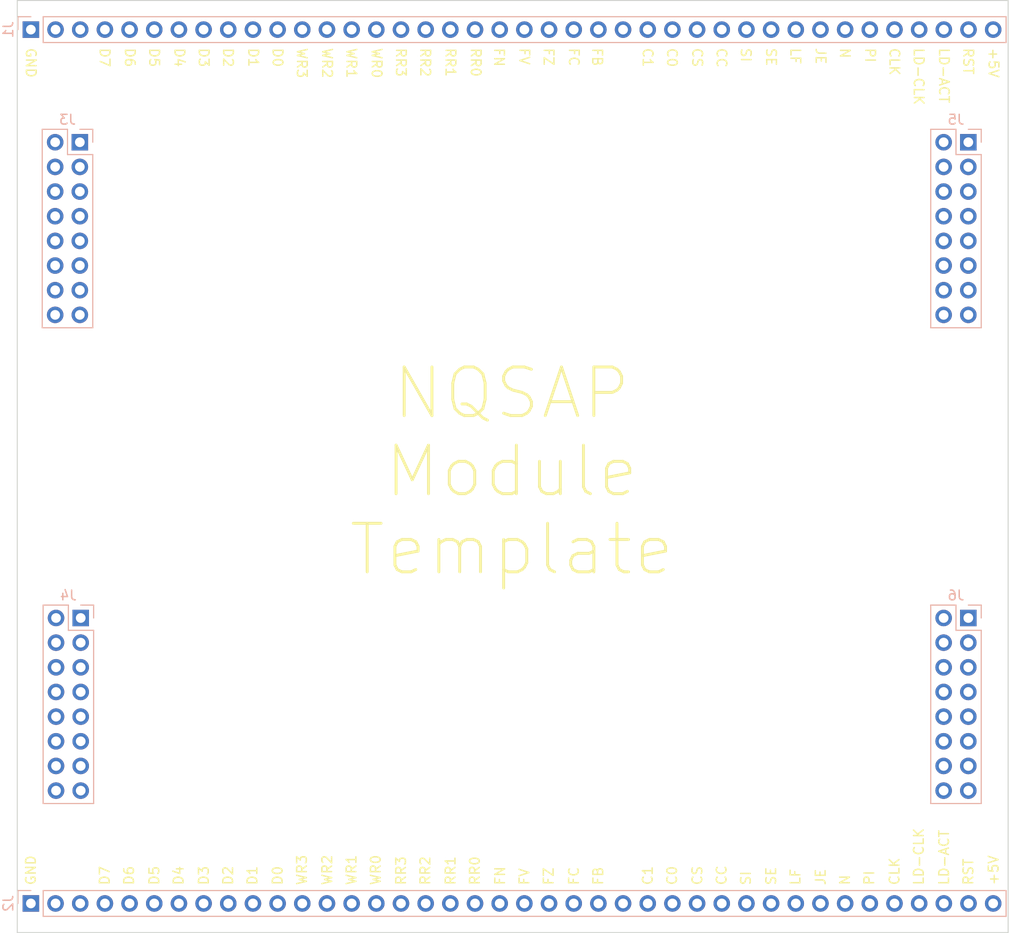
<source format=kicad_pcb>
(kicad_pcb (version 20171130) (host pcbnew "(5.1.9)-1")

  (general
    (thickness 1.6)
    (drawings 79)
    (tracks 0)
    (zones 0)
    (modules 6)
    (nets 105)
  )

  (page USLetter)
  (title_block
    (title "NQSAP Module Template")
    (date 2021-10-03)
    (rev 1.0)
    (company github.com/TomNisbet/nqsap-pcb)
  )

  (layers
    (0 F.Cu signal)
    (31 B.Cu signal)
    (32 B.Adhes user)
    (33 F.Adhes user)
    (34 B.Paste user)
    (35 F.Paste user)
    (36 B.SilkS user)
    (37 F.SilkS user)
    (38 B.Mask user)
    (39 F.Mask user)
    (40 Dwgs.User user)
    (41 Cmts.User user)
    (42 Eco1.User user)
    (43 Eco2.User user)
    (44 Edge.Cuts user)
    (45 Margin user)
    (46 B.CrtYd user)
    (47 F.CrtYd user)
    (48 B.Fab user)
    (49 F.Fab user)
  )

  (setup
    (last_trace_width 0.25)
    (trace_clearance 0.2)
    (zone_clearance 0.508)
    (zone_45_only no)
    (trace_min 0.2)
    (via_size 0.8)
    (via_drill 0.4)
    (via_min_size 0.4)
    (via_min_drill 0.3)
    (uvia_size 0.3)
    (uvia_drill 0.1)
    (uvias_allowed no)
    (uvia_min_size 0.2)
    (uvia_min_drill 0.1)
    (edge_width 0.1)
    (segment_width 0.2)
    (pcb_text_width 0.3)
    (pcb_text_size 1.5 1.5)
    (mod_edge_width 0.15)
    (mod_text_size 1 1)
    (mod_text_width 0.15)
    (pad_size 1.524 1.524)
    (pad_drill 0.762)
    (pad_to_mask_clearance 0)
    (aux_axis_origin 0 0)
    (visible_elements 7FFFFFFF)
    (pcbplotparams
      (layerselection 0x010fc_ffffffff)
      (usegerberextensions true)
      (usegerberattributes false)
      (usegerberadvancedattributes false)
      (creategerberjobfile false)
      (excludeedgelayer true)
      (linewidth 0.100000)
      (plotframeref false)
      (viasonmask false)
      (mode 1)
      (useauxorigin false)
      (hpglpennumber 1)
      (hpglpenspeed 20)
      (hpglpendiameter 15.000000)
      (psnegative false)
      (psa4output false)
      (plotreference true)
      (plotvalue false)
      (plotinvisibletext false)
      (padsonsilk false)
      (subtractmaskfromsilk true)
      (outputformat 1)
      (mirror false)
      (drillshape 0)
      (scaleselection 1)
      (outputdirectory "template"))
  )

  (net 0 "")
  (net 1 +5V)
  (net 2 RST)
  (net 3 LDR-ACT)
  (net 4 LDR-CLK)
  (net 5 CLK)
  (net 6 PI)
  (net 7 N)
  (net 8 JE)
  (net 9 LF)
  (net 10 SE)
  (net 11 SI)
  (net 12 CC)
  (net 13 CS)
  (net 14 C0)
  (net 15 C1)
  (net 16 XX0)
  (net 17 FB)
  (net 18 FC)
  (net 19 FZ)
  (net 20 FV)
  (net 21 FN)
  (net 22 RR0)
  (net 23 RR1)
  (net 24 RR2)
  (net 25 RR3)
  (net 26 WR0)
  (net 27 WR1)
  (net 28 WR2)
  (net 29 WR3)
  (net 30 D0)
  (net 31 D1)
  (net 32 D2)
  (net 33 D3)
  (net 34 D4)
  (net 35 D5)
  (net 36 D6)
  (net 37 D7)
  (net 38 NC-1)
  (net 39 NC-2)
  (net 40 GND)
  (net 41 "Net-(J3-Pad16)")
  (net 42 "Net-(J3-Pad15)")
  (net 43 "Net-(J3-Pad14)")
  (net 44 "Net-(J3-Pad13)")
  (net 45 "Net-(J3-Pad12)")
  (net 46 "Net-(J3-Pad11)")
  (net 47 "Net-(J3-Pad10)")
  (net 48 "Net-(J3-Pad9)")
  (net 49 "Net-(J3-Pad8)")
  (net 50 "Net-(J3-Pad7)")
  (net 51 "Net-(J3-Pad6)")
  (net 52 "Net-(J3-Pad5)")
  (net 53 "Net-(J3-Pad4)")
  (net 54 "Net-(J3-Pad3)")
  (net 55 "Net-(J3-Pad2)")
  (net 56 "Net-(J3-Pad1)")
  (net 57 "Net-(J4-Pad16)")
  (net 58 "Net-(J4-Pad15)")
  (net 59 "Net-(J4-Pad14)")
  (net 60 "Net-(J4-Pad13)")
  (net 61 "Net-(J4-Pad12)")
  (net 62 "Net-(J4-Pad11)")
  (net 63 "Net-(J4-Pad10)")
  (net 64 "Net-(J4-Pad9)")
  (net 65 "Net-(J4-Pad8)")
  (net 66 "Net-(J4-Pad7)")
  (net 67 "Net-(J4-Pad6)")
  (net 68 "Net-(J4-Pad5)")
  (net 69 "Net-(J4-Pad4)")
  (net 70 "Net-(J4-Pad3)")
  (net 71 "Net-(J4-Pad2)")
  (net 72 "Net-(J4-Pad1)")
  (net 73 "Net-(J5-Pad16)")
  (net 74 "Net-(J5-Pad15)")
  (net 75 "Net-(J5-Pad14)")
  (net 76 "Net-(J5-Pad13)")
  (net 77 "Net-(J5-Pad12)")
  (net 78 "Net-(J5-Pad11)")
  (net 79 "Net-(J5-Pad10)")
  (net 80 "Net-(J5-Pad9)")
  (net 81 "Net-(J5-Pad8)")
  (net 82 "Net-(J5-Pad7)")
  (net 83 "Net-(J5-Pad6)")
  (net 84 "Net-(J5-Pad5)")
  (net 85 "Net-(J5-Pad4)")
  (net 86 "Net-(J5-Pad3)")
  (net 87 "Net-(J5-Pad2)")
  (net 88 "Net-(J5-Pad1)")
  (net 89 "Net-(J6-Pad16)")
  (net 90 "Net-(J6-Pad15)")
  (net 91 "Net-(J6-Pad14)")
  (net 92 "Net-(J6-Pad13)")
  (net 93 "Net-(J6-Pad12)")
  (net 94 "Net-(J6-Pad11)")
  (net 95 "Net-(J6-Pad10)")
  (net 96 "Net-(J6-Pad9)")
  (net 97 "Net-(J6-Pad8)")
  (net 98 "Net-(J6-Pad7)")
  (net 99 "Net-(J6-Pad6)")
  (net 100 "Net-(J6-Pad5)")
  (net 101 "Net-(J6-Pad4)")
  (net 102 "Net-(J6-Pad3)")
  (net 103 "Net-(J6-Pad2)")
  (net 104 "Net-(J6-Pad1)")

  (net_class Default "This is the default net class."
    (clearance 0.2)
    (trace_width 0.25)
    (via_dia 0.8)
    (via_drill 0.4)
    (uvia_dia 0.3)
    (uvia_drill 0.1)
    (add_net +5V)
    (add_net C0)
    (add_net C1)
    (add_net CC)
    (add_net CLK)
    (add_net CS)
    (add_net D0)
    (add_net D1)
    (add_net D2)
    (add_net D3)
    (add_net D4)
    (add_net D5)
    (add_net D6)
    (add_net D7)
    (add_net FB)
    (add_net FC)
    (add_net FN)
    (add_net FV)
    (add_net FZ)
    (add_net GND)
    (add_net JE)
    (add_net LDR-ACT)
    (add_net LDR-CLK)
    (add_net LF)
    (add_net N)
    (add_net NC-1)
    (add_net NC-2)
    (add_net "Net-(J3-Pad1)")
    (add_net "Net-(J3-Pad10)")
    (add_net "Net-(J3-Pad11)")
    (add_net "Net-(J3-Pad12)")
    (add_net "Net-(J3-Pad13)")
    (add_net "Net-(J3-Pad14)")
    (add_net "Net-(J3-Pad15)")
    (add_net "Net-(J3-Pad16)")
    (add_net "Net-(J3-Pad2)")
    (add_net "Net-(J3-Pad3)")
    (add_net "Net-(J3-Pad4)")
    (add_net "Net-(J3-Pad5)")
    (add_net "Net-(J3-Pad6)")
    (add_net "Net-(J3-Pad7)")
    (add_net "Net-(J3-Pad8)")
    (add_net "Net-(J3-Pad9)")
    (add_net "Net-(J4-Pad1)")
    (add_net "Net-(J4-Pad10)")
    (add_net "Net-(J4-Pad11)")
    (add_net "Net-(J4-Pad12)")
    (add_net "Net-(J4-Pad13)")
    (add_net "Net-(J4-Pad14)")
    (add_net "Net-(J4-Pad15)")
    (add_net "Net-(J4-Pad16)")
    (add_net "Net-(J4-Pad2)")
    (add_net "Net-(J4-Pad3)")
    (add_net "Net-(J4-Pad4)")
    (add_net "Net-(J4-Pad5)")
    (add_net "Net-(J4-Pad6)")
    (add_net "Net-(J4-Pad7)")
    (add_net "Net-(J4-Pad8)")
    (add_net "Net-(J4-Pad9)")
    (add_net "Net-(J5-Pad1)")
    (add_net "Net-(J5-Pad10)")
    (add_net "Net-(J5-Pad11)")
    (add_net "Net-(J5-Pad12)")
    (add_net "Net-(J5-Pad13)")
    (add_net "Net-(J5-Pad14)")
    (add_net "Net-(J5-Pad15)")
    (add_net "Net-(J5-Pad16)")
    (add_net "Net-(J5-Pad2)")
    (add_net "Net-(J5-Pad3)")
    (add_net "Net-(J5-Pad4)")
    (add_net "Net-(J5-Pad5)")
    (add_net "Net-(J5-Pad6)")
    (add_net "Net-(J5-Pad7)")
    (add_net "Net-(J5-Pad8)")
    (add_net "Net-(J5-Pad9)")
    (add_net "Net-(J6-Pad1)")
    (add_net "Net-(J6-Pad10)")
    (add_net "Net-(J6-Pad11)")
    (add_net "Net-(J6-Pad12)")
    (add_net "Net-(J6-Pad13)")
    (add_net "Net-(J6-Pad14)")
    (add_net "Net-(J6-Pad15)")
    (add_net "Net-(J6-Pad16)")
    (add_net "Net-(J6-Pad2)")
    (add_net "Net-(J6-Pad3)")
    (add_net "Net-(J6-Pad4)")
    (add_net "Net-(J6-Pad5)")
    (add_net "Net-(J6-Pad6)")
    (add_net "Net-(J6-Pad7)")
    (add_net "Net-(J6-Pad8)")
    (add_net "Net-(J6-Pad9)")
    (add_net PI)
    (add_net RR0)
    (add_net RR1)
    (add_net RR2)
    (add_net RR3)
    (add_net RST)
    (add_net SE)
    (add_net SI)
    (add_net WR0)
    (add_net WR1)
    (add_net WR2)
    (add_net WR3)
    (add_net XX0)
  )

  (module Connector_PinHeader_2.54mm:PinHeader_2x08_P2.54mm_Vertical (layer B.Cu) (tedit 59FED5CC) (tstamp 614DBBB9)
    (at 182.9 106.6 180)
    (descr "Through hole straight pin header, 2x08, 2.54mm pitch, double rows")
    (tags "Through hole pin header THT 2x08 2.54mm double row")
    (path /61847F95)
    (fp_text reference J6 (at 1.27 2.33) (layer B.SilkS)
      (effects (font (size 1 1) (thickness 0.15)) (justify mirror))
    )
    (fp_text value Conn_02x08 (at 1.27 -20.11) (layer B.Fab)
      (effects (font (size 1 1) (thickness 0.15)) (justify mirror))
    )
    (fp_line (start 0 1.27) (end 3.81 1.27) (layer B.Fab) (width 0.1))
    (fp_line (start 3.81 1.27) (end 3.81 -19.05) (layer B.Fab) (width 0.1))
    (fp_line (start 3.81 -19.05) (end -1.27 -19.05) (layer B.Fab) (width 0.1))
    (fp_line (start -1.27 -19.05) (end -1.27 0) (layer B.Fab) (width 0.1))
    (fp_line (start -1.27 0) (end 0 1.27) (layer B.Fab) (width 0.1))
    (fp_line (start -1.33 -19.11) (end 3.87 -19.11) (layer B.SilkS) (width 0.12))
    (fp_line (start -1.33 -1.27) (end -1.33 -19.11) (layer B.SilkS) (width 0.12))
    (fp_line (start 3.87 1.33) (end 3.87 -19.11) (layer B.SilkS) (width 0.12))
    (fp_line (start -1.33 -1.27) (end 1.27 -1.27) (layer B.SilkS) (width 0.12))
    (fp_line (start 1.27 -1.27) (end 1.27 1.33) (layer B.SilkS) (width 0.12))
    (fp_line (start 1.27 1.33) (end 3.87 1.33) (layer B.SilkS) (width 0.12))
    (fp_line (start -1.33 0) (end -1.33 1.33) (layer B.SilkS) (width 0.12))
    (fp_line (start -1.33 1.33) (end 0 1.33) (layer B.SilkS) (width 0.12))
    (fp_line (start -1.8 1.8) (end -1.8 -19.55) (layer B.CrtYd) (width 0.05))
    (fp_line (start -1.8 -19.55) (end 4.35 -19.55) (layer B.CrtYd) (width 0.05))
    (fp_line (start 4.35 -19.55) (end 4.35 1.8) (layer B.CrtYd) (width 0.05))
    (fp_line (start 4.35 1.8) (end -1.8 1.8) (layer B.CrtYd) (width 0.05))
    (fp_text user %R (at 1.27 -8.89 270) (layer B.Fab)
      (effects (font (size 1 1) (thickness 0.15)) (justify mirror))
    )
    (pad 16 thru_hole oval (at 2.54 -17.78 180) (size 1.7 1.7) (drill 1) (layers *.Cu *.Mask)
      (net 89 "Net-(J6-Pad16)"))
    (pad 15 thru_hole oval (at 0 -17.78 180) (size 1.7 1.7) (drill 1) (layers *.Cu *.Mask)
      (net 90 "Net-(J6-Pad15)"))
    (pad 14 thru_hole oval (at 2.54 -15.24 180) (size 1.7 1.7) (drill 1) (layers *.Cu *.Mask)
      (net 91 "Net-(J6-Pad14)"))
    (pad 13 thru_hole oval (at 0 -15.24 180) (size 1.7 1.7) (drill 1) (layers *.Cu *.Mask)
      (net 92 "Net-(J6-Pad13)"))
    (pad 12 thru_hole oval (at 2.54 -12.7 180) (size 1.7 1.7) (drill 1) (layers *.Cu *.Mask)
      (net 93 "Net-(J6-Pad12)"))
    (pad 11 thru_hole oval (at 0 -12.7 180) (size 1.7 1.7) (drill 1) (layers *.Cu *.Mask)
      (net 94 "Net-(J6-Pad11)"))
    (pad 10 thru_hole oval (at 2.54 -10.16 180) (size 1.7 1.7) (drill 1) (layers *.Cu *.Mask)
      (net 95 "Net-(J6-Pad10)"))
    (pad 9 thru_hole oval (at 0 -10.16 180) (size 1.7 1.7) (drill 1) (layers *.Cu *.Mask)
      (net 96 "Net-(J6-Pad9)"))
    (pad 8 thru_hole oval (at 2.54 -7.62 180) (size 1.7 1.7) (drill 1) (layers *.Cu *.Mask)
      (net 97 "Net-(J6-Pad8)"))
    (pad 7 thru_hole oval (at 0 -7.62 180) (size 1.7 1.7) (drill 1) (layers *.Cu *.Mask)
      (net 98 "Net-(J6-Pad7)"))
    (pad 6 thru_hole oval (at 2.54 -5.08 180) (size 1.7 1.7) (drill 1) (layers *.Cu *.Mask)
      (net 99 "Net-(J6-Pad6)"))
    (pad 5 thru_hole oval (at 0 -5.08 180) (size 1.7 1.7) (drill 1) (layers *.Cu *.Mask)
      (net 100 "Net-(J6-Pad5)"))
    (pad 4 thru_hole oval (at 2.54 -2.54 180) (size 1.7 1.7) (drill 1) (layers *.Cu *.Mask)
      (net 101 "Net-(J6-Pad4)"))
    (pad 3 thru_hole oval (at 0 -2.54 180) (size 1.7 1.7) (drill 1) (layers *.Cu *.Mask)
      (net 102 "Net-(J6-Pad3)"))
    (pad 2 thru_hole oval (at 2.54 0 180) (size 1.7 1.7) (drill 1) (layers *.Cu *.Mask)
      (net 103 "Net-(J6-Pad2)"))
    (pad 1 thru_hole rect (at 0 0 180) (size 1.7 1.7) (drill 1) (layers *.Cu *.Mask)
      (net 104 "Net-(J6-Pad1)"))
    (model ${KISYS3DMOD}/Connector_PinHeader_2.54mm.3dshapes/PinHeader_2x08_P2.54mm_Vertical.wrl
      (at (xyz 0 0 0))
      (scale (xyz 1 1 1))
      (rotate (xyz 0 0 0))
    )
  )

  (module Connector_PinHeader_2.54mm:PinHeader_2x08_P2.54mm_Vertical (layer B.Cu) (tedit 59FED5CC) (tstamp 614D9E8E)
    (at 182.9 57.6 180)
    (descr "Through hole straight pin header, 2x08, 2.54mm pitch, double rows")
    (tags "Through hole pin header THT 2x08 2.54mm double row")
    (path /6167BE3C)
    (fp_text reference J5 (at 1.27 2.33) (layer B.SilkS)
      (effects (font (size 1 1) (thickness 0.15)) (justify mirror))
    )
    (fp_text value Conn_02x08 (at 1.27 -20.11) (layer B.Fab)
      (effects (font (size 1 1) (thickness 0.15)) (justify mirror))
    )
    (fp_line (start 0 1.27) (end 3.81 1.27) (layer B.Fab) (width 0.1))
    (fp_line (start 3.81 1.27) (end 3.81 -19.05) (layer B.Fab) (width 0.1))
    (fp_line (start 3.81 -19.05) (end -1.27 -19.05) (layer B.Fab) (width 0.1))
    (fp_line (start -1.27 -19.05) (end -1.27 0) (layer B.Fab) (width 0.1))
    (fp_line (start -1.27 0) (end 0 1.27) (layer B.Fab) (width 0.1))
    (fp_line (start -1.33 -19.11) (end 3.87 -19.11) (layer B.SilkS) (width 0.12))
    (fp_line (start -1.33 -1.27) (end -1.33 -19.11) (layer B.SilkS) (width 0.12))
    (fp_line (start 3.87 1.33) (end 3.87 -19.11) (layer B.SilkS) (width 0.12))
    (fp_line (start -1.33 -1.27) (end 1.27 -1.27) (layer B.SilkS) (width 0.12))
    (fp_line (start 1.27 -1.27) (end 1.27 1.33) (layer B.SilkS) (width 0.12))
    (fp_line (start 1.27 1.33) (end 3.87 1.33) (layer B.SilkS) (width 0.12))
    (fp_line (start -1.33 0) (end -1.33 1.33) (layer B.SilkS) (width 0.12))
    (fp_line (start -1.33 1.33) (end 0 1.33) (layer B.SilkS) (width 0.12))
    (fp_line (start -1.8 1.8) (end -1.8 -19.55) (layer B.CrtYd) (width 0.05))
    (fp_line (start -1.8 -19.55) (end 4.35 -19.55) (layer B.CrtYd) (width 0.05))
    (fp_line (start 4.35 -19.55) (end 4.35 1.8) (layer B.CrtYd) (width 0.05))
    (fp_line (start 4.35 1.8) (end -1.8 1.8) (layer B.CrtYd) (width 0.05))
    (fp_text user %R (at 1.27 -8.89 270) (layer B.Fab)
      (effects (font (size 1 1) (thickness 0.15)) (justify mirror))
    )
    (pad 16 thru_hole oval (at 2.54 -17.78 180) (size 1.7 1.7) (drill 1) (layers *.Cu *.Mask)
      (net 73 "Net-(J5-Pad16)"))
    (pad 15 thru_hole oval (at 0 -17.78 180) (size 1.7 1.7) (drill 1) (layers *.Cu *.Mask)
      (net 74 "Net-(J5-Pad15)"))
    (pad 14 thru_hole oval (at 2.54 -15.24 180) (size 1.7 1.7) (drill 1) (layers *.Cu *.Mask)
      (net 75 "Net-(J5-Pad14)"))
    (pad 13 thru_hole oval (at 0 -15.24 180) (size 1.7 1.7) (drill 1) (layers *.Cu *.Mask)
      (net 76 "Net-(J5-Pad13)"))
    (pad 12 thru_hole oval (at 2.54 -12.7 180) (size 1.7 1.7) (drill 1) (layers *.Cu *.Mask)
      (net 77 "Net-(J5-Pad12)"))
    (pad 11 thru_hole oval (at 0 -12.7 180) (size 1.7 1.7) (drill 1) (layers *.Cu *.Mask)
      (net 78 "Net-(J5-Pad11)"))
    (pad 10 thru_hole oval (at 2.54 -10.16 180) (size 1.7 1.7) (drill 1) (layers *.Cu *.Mask)
      (net 79 "Net-(J5-Pad10)"))
    (pad 9 thru_hole oval (at 0 -10.16 180) (size 1.7 1.7) (drill 1) (layers *.Cu *.Mask)
      (net 80 "Net-(J5-Pad9)"))
    (pad 8 thru_hole oval (at 2.54 -7.62 180) (size 1.7 1.7) (drill 1) (layers *.Cu *.Mask)
      (net 81 "Net-(J5-Pad8)"))
    (pad 7 thru_hole oval (at 0 -7.62 180) (size 1.7 1.7) (drill 1) (layers *.Cu *.Mask)
      (net 82 "Net-(J5-Pad7)"))
    (pad 6 thru_hole oval (at 2.54 -5.08 180) (size 1.7 1.7) (drill 1) (layers *.Cu *.Mask)
      (net 83 "Net-(J5-Pad6)"))
    (pad 5 thru_hole oval (at 0 -5.08 180) (size 1.7 1.7) (drill 1) (layers *.Cu *.Mask)
      (net 84 "Net-(J5-Pad5)"))
    (pad 4 thru_hole oval (at 2.54 -2.54 180) (size 1.7 1.7) (drill 1) (layers *.Cu *.Mask)
      (net 85 "Net-(J5-Pad4)"))
    (pad 3 thru_hole oval (at 0 -2.54 180) (size 1.7 1.7) (drill 1) (layers *.Cu *.Mask)
      (net 86 "Net-(J5-Pad3)"))
    (pad 2 thru_hole oval (at 2.54 0 180) (size 1.7 1.7) (drill 1) (layers *.Cu *.Mask)
      (net 87 "Net-(J5-Pad2)"))
    (pad 1 thru_hole rect (at 0 0 180) (size 1.7 1.7) (drill 1) (layers *.Cu *.Mask)
      (net 88 "Net-(J5-Pad1)"))
    (model ${KISYS3DMOD}/Connector_PinHeader_2.54mm.3dshapes/PinHeader_2x08_P2.54mm_Vertical.wrl
      (at (xyz 0 0 0))
      (scale (xyz 1 1 1))
      (rotate (xyz 0 0 0))
    )
  )

  (module Connector_PinHeader_2.54mm:PinHeader_2x08_P2.54mm_Vertical (layer B.Cu) (tedit 59FED5CC) (tstamp 614DBD35)
    (at 91.53 106.6 180)
    (descr "Through hole straight pin header, 2x08, 2.54mm pitch, double rows")
    (tags "Through hole pin header THT 2x08 2.54mm double row")
    (path /61847D1B)
    (fp_text reference J4 (at 1.27 2.33) (layer B.SilkS)
      (effects (font (size 1 1) (thickness 0.15)) (justify mirror))
    )
    (fp_text value Conn_02x08 (at 1.27 -20.11) (layer B.Fab)
      (effects (font (size 1 1) (thickness 0.15)) (justify mirror))
    )
    (fp_line (start 0 1.27) (end 3.81 1.27) (layer B.Fab) (width 0.1))
    (fp_line (start 3.81 1.27) (end 3.81 -19.05) (layer B.Fab) (width 0.1))
    (fp_line (start 3.81 -19.05) (end -1.27 -19.05) (layer B.Fab) (width 0.1))
    (fp_line (start -1.27 -19.05) (end -1.27 0) (layer B.Fab) (width 0.1))
    (fp_line (start -1.27 0) (end 0 1.27) (layer B.Fab) (width 0.1))
    (fp_line (start -1.33 -19.11) (end 3.87 -19.11) (layer B.SilkS) (width 0.12))
    (fp_line (start -1.33 -1.27) (end -1.33 -19.11) (layer B.SilkS) (width 0.12))
    (fp_line (start 3.87 1.33) (end 3.87 -19.11) (layer B.SilkS) (width 0.12))
    (fp_line (start -1.33 -1.27) (end 1.27 -1.27) (layer B.SilkS) (width 0.12))
    (fp_line (start 1.27 -1.27) (end 1.27 1.33) (layer B.SilkS) (width 0.12))
    (fp_line (start 1.27 1.33) (end 3.87 1.33) (layer B.SilkS) (width 0.12))
    (fp_line (start -1.33 0) (end -1.33 1.33) (layer B.SilkS) (width 0.12))
    (fp_line (start -1.33 1.33) (end 0 1.33) (layer B.SilkS) (width 0.12))
    (fp_line (start -1.8 1.8) (end -1.8 -19.55) (layer B.CrtYd) (width 0.05))
    (fp_line (start -1.8 -19.55) (end 4.35 -19.55) (layer B.CrtYd) (width 0.05))
    (fp_line (start 4.35 -19.55) (end 4.35 1.8) (layer B.CrtYd) (width 0.05))
    (fp_line (start 4.35 1.8) (end -1.8 1.8) (layer B.CrtYd) (width 0.05))
    (fp_text user %R (at 1.27 -8.89 270) (layer B.Fab)
      (effects (font (size 1 1) (thickness 0.15)) (justify mirror))
    )
    (pad 16 thru_hole oval (at 2.54 -17.78 180) (size 1.7 1.7) (drill 1) (layers *.Cu *.Mask)
      (net 57 "Net-(J4-Pad16)"))
    (pad 15 thru_hole oval (at 0 -17.78 180) (size 1.7 1.7) (drill 1) (layers *.Cu *.Mask)
      (net 58 "Net-(J4-Pad15)"))
    (pad 14 thru_hole oval (at 2.54 -15.24 180) (size 1.7 1.7) (drill 1) (layers *.Cu *.Mask)
      (net 59 "Net-(J4-Pad14)"))
    (pad 13 thru_hole oval (at 0 -15.24 180) (size 1.7 1.7) (drill 1) (layers *.Cu *.Mask)
      (net 60 "Net-(J4-Pad13)"))
    (pad 12 thru_hole oval (at 2.54 -12.7 180) (size 1.7 1.7) (drill 1) (layers *.Cu *.Mask)
      (net 61 "Net-(J4-Pad12)"))
    (pad 11 thru_hole oval (at 0 -12.7 180) (size 1.7 1.7) (drill 1) (layers *.Cu *.Mask)
      (net 62 "Net-(J4-Pad11)"))
    (pad 10 thru_hole oval (at 2.54 -10.16 180) (size 1.7 1.7) (drill 1) (layers *.Cu *.Mask)
      (net 63 "Net-(J4-Pad10)"))
    (pad 9 thru_hole oval (at 0 -10.16 180) (size 1.7 1.7) (drill 1) (layers *.Cu *.Mask)
      (net 64 "Net-(J4-Pad9)"))
    (pad 8 thru_hole oval (at 2.54 -7.62 180) (size 1.7 1.7) (drill 1) (layers *.Cu *.Mask)
      (net 65 "Net-(J4-Pad8)"))
    (pad 7 thru_hole oval (at 0 -7.62 180) (size 1.7 1.7) (drill 1) (layers *.Cu *.Mask)
      (net 66 "Net-(J4-Pad7)"))
    (pad 6 thru_hole oval (at 2.54 -5.08 180) (size 1.7 1.7) (drill 1) (layers *.Cu *.Mask)
      (net 67 "Net-(J4-Pad6)"))
    (pad 5 thru_hole oval (at 0 -5.08 180) (size 1.7 1.7) (drill 1) (layers *.Cu *.Mask)
      (net 68 "Net-(J4-Pad5)"))
    (pad 4 thru_hole oval (at 2.54 -2.54 180) (size 1.7 1.7) (drill 1) (layers *.Cu *.Mask)
      (net 69 "Net-(J4-Pad4)"))
    (pad 3 thru_hole oval (at 0 -2.54 180) (size 1.7 1.7) (drill 1) (layers *.Cu *.Mask)
      (net 70 "Net-(J4-Pad3)"))
    (pad 2 thru_hole oval (at 2.54 0 180) (size 1.7 1.7) (drill 1) (layers *.Cu *.Mask)
      (net 71 "Net-(J4-Pad2)"))
    (pad 1 thru_hole rect (at 0 0 180) (size 1.7 1.7) (drill 1) (layers *.Cu *.Mask)
      (net 72 "Net-(J4-Pad1)"))
    (model ${KISYS3DMOD}/Connector_PinHeader_2.54mm.3dshapes/PinHeader_2x08_P2.54mm_Vertical.wrl
      (at (xyz 0 0 0))
      (scale (xyz 1 1 1))
      (rotate (xyz 0 0 0))
    )
  )

  (module Connector_PinHeader_2.54mm:PinHeader_2x08_P2.54mm_Vertical (layer B.Cu) (tedit 59FED5CC) (tstamp 614D9E42)
    (at 91.44 57.6 180)
    (descr "Through hole straight pin header, 2x08, 2.54mm pitch, double rows")
    (tags "Through hole pin header THT 2x08 2.54mm double row")
    (path /614A59C0)
    (fp_text reference J3 (at 1.27 2.33) (layer B.SilkS)
      (effects (font (size 1 1) (thickness 0.15)) (justify mirror))
    )
    (fp_text value Conn_02x08 (at 1.27 -20.11) (layer B.Fab)
      (effects (font (size 1 1) (thickness 0.15)) (justify mirror))
    )
    (fp_line (start 0 1.27) (end 3.81 1.27) (layer B.Fab) (width 0.1))
    (fp_line (start 3.81 1.27) (end 3.81 -19.05) (layer B.Fab) (width 0.1))
    (fp_line (start 3.81 -19.05) (end -1.27 -19.05) (layer B.Fab) (width 0.1))
    (fp_line (start -1.27 -19.05) (end -1.27 0) (layer B.Fab) (width 0.1))
    (fp_line (start -1.27 0) (end 0 1.27) (layer B.Fab) (width 0.1))
    (fp_line (start -1.33 -19.11) (end 3.87 -19.11) (layer B.SilkS) (width 0.12))
    (fp_line (start -1.33 -1.27) (end -1.33 -19.11) (layer B.SilkS) (width 0.12))
    (fp_line (start 3.87 1.33) (end 3.87 -19.11) (layer B.SilkS) (width 0.12))
    (fp_line (start -1.33 -1.27) (end 1.27 -1.27) (layer B.SilkS) (width 0.12))
    (fp_line (start 1.27 -1.27) (end 1.27 1.33) (layer B.SilkS) (width 0.12))
    (fp_line (start 1.27 1.33) (end 3.87 1.33) (layer B.SilkS) (width 0.12))
    (fp_line (start -1.33 0) (end -1.33 1.33) (layer B.SilkS) (width 0.12))
    (fp_line (start -1.33 1.33) (end 0 1.33) (layer B.SilkS) (width 0.12))
    (fp_line (start -1.8 1.8) (end -1.8 -19.55) (layer B.CrtYd) (width 0.05))
    (fp_line (start -1.8 -19.55) (end 4.35 -19.55) (layer B.CrtYd) (width 0.05))
    (fp_line (start 4.35 -19.55) (end 4.35 1.8) (layer B.CrtYd) (width 0.05))
    (fp_line (start 4.35 1.8) (end -1.8 1.8) (layer B.CrtYd) (width 0.05))
    (fp_text user %R (at 1.27 -8.89 270) (layer B.Fab)
      (effects (font (size 1 1) (thickness 0.15)) (justify mirror))
    )
    (pad 16 thru_hole oval (at 2.54 -17.78 180) (size 1.7 1.7) (drill 1) (layers *.Cu *.Mask)
      (net 41 "Net-(J3-Pad16)"))
    (pad 15 thru_hole oval (at 0 -17.78 180) (size 1.7 1.7) (drill 1) (layers *.Cu *.Mask)
      (net 42 "Net-(J3-Pad15)"))
    (pad 14 thru_hole oval (at 2.54 -15.24 180) (size 1.7 1.7) (drill 1) (layers *.Cu *.Mask)
      (net 43 "Net-(J3-Pad14)"))
    (pad 13 thru_hole oval (at 0 -15.24 180) (size 1.7 1.7) (drill 1) (layers *.Cu *.Mask)
      (net 44 "Net-(J3-Pad13)"))
    (pad 12 thru_hole oval (at 2.54 -12.7 180) (size 1.7 1.7) (drill 1) (layers *.Cu *.Mask)
      (net 45 "Net-(J3-Pad12)"))
    (pad 11 thru_hole oval (at 0 -12.7 180) (size 1.7 1.7) (drill 1) (layers *.Cu *.Mask)
      (net 46 "Net-(J3-Pad11)"))
    (pad 10 thru_hole oval (at 2.54 -10.16 180) (size 1.7 1.7) (drill 1) (layers *.Cu *.Mask)
      (net 47 "Net-(J3-Pad10)"))
    (pad 9 thru_hole oval (at 0 -10.16 180) (size 1.7 1.7) (drill 1) (layers *.Cu *.Mask)
      (net 48 "Net-(J3-Pad9)"))
    (pad 8 thru_hole oval (at 2.54 -7.62 180) (size 1.7 1.7) (drill 1) (layers *.Cu *.Mask)
      (net 49 "Net-(J3-Pad8)"))
    (pad 7 thru_hole oval (at 0 -7.62 180) (size 1.7 1.7) (drill 1) (layers *.Cu *.Mask)
      (net 50 "Net-(J3-Pad7)"))
    (pad 6 thru_hole oval (at 2.54 -5.08 180) (size 1.7 1.7) (drill 1) (layers *.Cu *.Mask)
      (net 51 "Net-(J3-Pad6)"))
    (pad 5 thru_hole oval (at 0 -5.08 180) (size 1.7 1.7) (drill 1) (layers *.Cu *.Mask)
      (net 52 "Net-(J3-Pad5)"))
    (pad 4 thru_hole oval (at 2.54 -2.54 180) (size 1.7 1.7) (drill 1) (layers *.Cu *.Mask)
      (net 53 "Net-(J3-Pad4)"))
    (pad 3 thru_hole oval (at 0 -2.54 180) (size 1.7 1.7) (drill 1) (layers *.Cu *.Mask)
      (net 54 "Net-(J3-Pad3)"))
    (pad 2 thru_hole oval (at 2.54 0 180) (size 1.7 1.7) (drill 1) (layers *.Cu *.Mask)
      (net 55 "Net-(J3-Pad2)"))
    (pad 1 thru_hole rect (at 0 0 180) (size 1.7 1.7) (drill 1) (layers *.Cu *.Mask)
      (net 56 "Net-(J3-Pad1)"))
    (model ${KISYS3DMOD}/Connector_PinHeader_2.54mm.3dshapes/PinHeader_2x08_P2.54mm_Vertical.wrl
      (at (xyz 0 0 0))
      (scale (xyz 1 1 1))
      (rotate (xyz 0 0 0))
    )
  )

  (module Connector_PinHeader_2.54mm:PinHeader_1x40_P2.54mm_Vertical (layer B.Cu) (tedit 59FED5CC) (tstamp 614DAD46)
    (at 86.4 136 270)
    (descr "Through hole straight pin header, 1x40, 2.54mm pitch, single row")
    (tags "Through hole pin header THT 1x40 2.54mm single row")
    (path /61632728)
    (fp_text reference J2 (at 0 2.33 270) (layer B.SilkS)
      (effects (font (size 1 1) (thickness 0.15)) (justify mirror))
    )
    (fp_text value Bus (at 0 -101.39 270) (layer B.Fab)
      (effects (font (size 1 1) (thickness 0.15)) (justify mirror))
    )
    (fp_line (start -0.635 1.27) (end 1.27 1.27) (layer B.Fab) (width 0.1))
    (fp_line (start 1.27 1.27) (end 1.27 -100.33) (layer B.Fab) (width 0.1))
    (fp_line (start 1.27 -100.33) (end -1.27 -100.33) (layer B.Fab) (width 0.1))
    (fp_line (start -1.27 -100.33) (end -1.27 0.635) (layer B.Fab) (width 0.1))
    (fp_line (start -1.27 0.635) (end -0.635 1.27) (layer B.Fab) (width 0.1))
    (fp_line (start -1.33 -100.39) (end 1.33 -100.39) (layer B.SilkS) (width 0.12))
    (fp_line (start -1.33 -1.27) (end -1.33 -100.39) (layer B.SilkS) (width 0.12))
    (fp_line (start 1.33 -1.27) (end 1.33 -100.39) (layer B.SilkS) (width 0.12))
    (fp_line (start -1.33 -1.27) (end 1.33 -1.27) (layer B.SilkS) (width 0.12))
    (fp_line (start -1.33 0) (end -1.33 1.33) (layer B.SilkS) (width 0.12))
    (fp_line (start -1.33 1.33) (end 0 1.33) (layer B.SilkS) (width 0.12))
    (fp_line (start -1.8 1.8) (end -1.8 -100.85) (layer B.CrtYd) (width 0.05))
    (fp_line (start -1.8 -100.85) (end 1.8 -100.85) (layer B.CrtYd) (width 0.05))
    (fp_line (start 1.8 -100.85) (end 1.8 1.8) (layer B.CrtYd) (width 0.05))
    (fp_line (start 1.8 1.8) (end -1.8 1.8) (layer B.CrtYd) (width 0.05))
    (fp_text user %R (at 0 -49.53) (layer B.Fab)
      (effects (font (size 1 1) (thickness 0.15)) (justify mirror))
    )
    (pad 40 thru_hole oval (at 0 -99.06 270) (size 1.7 1.7) (drill 1) (layers *.Cu *.Mask)
      (net 1 +5V))
    (pad 39 thru_hole oval (at 0 -96.52 270) (size 1.7 1.7) (drill 1) (layers *.Cu *.Mask)
      (net 2 RST))
    (pad 38 thru_hole oval (at 0 -93.98 270) (size 1.7 1.7) (drill 1) (layers *.Cu *.Mask)
      (net 3 LDR-ACT))
    (pad 37 thru_hole oval (at 0 -91.44 270) (size 1.7 1.7) (drill 1) (layers *.Cu *.Mask)
      (net 4 LDR-CLK))
    (pad 36 thru_hole oval (at 0 -88.9 270) (size 1.7 1.7) (drill 1) (layers *.Cu *.Mask)
      (net 5 CLK))
    (pad 35 thru_hole oval (at 0 -86.36 270) (size 1.7 1.7) (drill 1) (layers *.Cu *.Mask)
      (net 6 PI))
    (pad 34 thru_hole oval (at 0 -83.82 270) (size 1.7 1.7) (drill 1) (layers *.Cu *.Mask)
      (net 7 N))
    (pad 33 thru_hole oval (at 0 -81.28 270) (size 1.7 1.7) (drill 1) (layers *.Cu *.Mask)
      (net 8 JE))
    (pad 32 thru_hole oval (at 0 -78.74 270) (size 1.7 1.7) (drill 1) (layers *.Cu *.Mask)
      (net 9 LF))
    (pad 31 thru_hole oval (at 0 -76.2 270) (size 1.7 1.7) (drill 1) (layers *.Cu *.Mask)
      (net 10 SE))
    (pad 30 thru_hole oval (at 0 -73.66 270) (size 1.7 1.7) (drill 1) (layers *.Cu *.Mask)
      (net 11 SI))
    (pad 29 thru_hole oval (at 0 -71.12 270) (size 1.7 1.7) (drill 1) (layers *.Cu *.Mask)
      (net 12 CC))
    (pad 28 thru_hole oval (at 0 -68.58 270) (size 1.7 1.7) (drill 1) (layers *.Cu *.Mask)
      (net 13 CS))
    (pad 27 thru_hole oval (at 0 -66.04 270) (size 1.7 1.7) (drill 1) (layers *.Cu *.Mask)
      (net 14 C0))
    (pad 26 thru_hole oval (at 0 -63.5 270) (size 1.7 1.7) (drill 1) (layers *.Cu *.Mask)
      (net 15 C1))
    (pad 25 thru_hole oval (at 0 -60.96 270) (size 1.7 1.7) (drill 1) (layers *.Cu *.Mask)
      (net 16 XX0))
    (pad 24 thru_hole oval (at 0 -58.42 270) (size 1.7 1.7) (drill 1) (layers *.Cu *.Mask)
      (net 17 FB))
    (pad 23 thru_hole oval (at 0 -55.88 270) (size 1.7 1.7) (drill 1) (layers *.Cu *.Mask)
      (net 18 FC))
    (pad 22 thru_hole oval (at 0 -53.34 270) (size 1.7 1.7) (drill 1) (layers *.Cu *.Mask)
      (net 19 FZ))
    (pad 21 thru_hole oval (at 0 -50.8 270) (size 1.7 1.7) (drill 1) (layers *.Cu *.Mask)
      (net 20 FV))
    (pad 20 thru_hole oval (at 0 -48.26 270) (size 1.7 1.7) (drill 1) (layers *.Cu *.Mask)
      (net 21 FN))
    (pad 19 thru_hole oval (at 0 -45.72 270) (size 1.7 1.7) (drill 1) (layers *.Cu *.Mask)
      (net 22 RR0))
    (pad 18 thru_hole oval (at 0 -43.18 270) (size 1.7 1.7) (drill 1) (layers *.Cu *.Mask)
      (net 23 RR1))
    (pad 17 thru_hole oval (at 0 -40.64 270) (size 1.7 1.7) (drill 1) (layers *.Cu *.Mask)
      (net 24 RR2))
    (pad 16 thru_hole oval (at 0 -38.1 270) (size 1.7 1.7) (drill 1) (layers *.Cu *.Mask)
      (net 25 RR3))
    (pad 15 thru_hole oval (at 0 -35.56 270) (size 1.7 1.7) (drill 1) (layers *.Cu *.Mask)
      (net 26 WR0))
    (pad 14 thru_hole oval (at 0 -33.02 270) (size 1.7 1.7) (drill 1) (layers *.Cu *.Mask)
      (net 27 WR1))
    (pad 13 thru_hole oval (at 0 -30.48 270) (size 1.7 1.7) (drill 1) (layers *.Cu *.Mask)
      (net 28 WR2))
    (pad 12 thru_hole oval (at 0 -27.94 270) (size 1.7 1.7) (drill 1) (layers *.Cu *.Mask)
      (net 29 WR3))
    (pad 11 thru_hole oval (at 0 -25.4 270) (size 1.7 1.7) (drill 1) (layers *.Cu *.Mask)
      (net 30 D0))
    (pad 10 thru_hole oval (at 0 -22.86 270) (size 1.7 1.7) (drill 1) (layers *.Cu *.Mask)
      (net 31 D1))
    (pad 9 thru_hole oval (at 0 -20.32 270) (size 1.7 1.7) (drill 1) (layers *.Cu *.Mask)
      (net 32 D2))
    (pad 8 thru_hole oval (at 0 -17.78 270) (size 1.7 1.7) (drill 1) (layers *.Cu *.Mask)
      (net 33 D3))
    (pad 7 thru_hole oval (at 0 -15.24 270) (size 1.7 1.7) (drill 1) (layers *.Cu *.Mask)
      (net 34 D4))
    (pad 6 thru_hole oval (at 0 -12.7 270) (size 1.7 1.7) (drill 1) (layers *.Cu *.Mask)
      (net 35 D5))
    (pad 5 thru_hole oval (at 0 -10.16 270) (size 1.7 1.7) (drill 1) (layers *.Cu *.Mask)
      (net 36 D6))
    (pad 4 thru_hole oval (at 0 -7.62 270) (size 1.7 1.7) (drill 1) (layers *.Cu *.Mask)
      (net 37 D7))
    (pad 3 thru_hole oval (at 0 -5.08 270) (size 1.7 1.7) (drill 1) (layers *.Cu *.Mask)
      (net 38 NC-1))
    (pad 2 thru_hole oval (at 0 -2.54 270) (size 1.7 1.7) (drill 1) (layers *.Cu *.Mask)
      (net 39 NC-2))
    (pad 1 thru_hole rect (at 0 0 270) (size 1.7 1.7) (drill 1) (layers *.Cu *.Mask)
      (net 40 GND))
    (model ${KISYS3DMOD}/Connector_PinHeader_2.54mm.3dshapes/PinHeader_1x40_P2.54mm_Vertical.wrl
      (at (xyz 0 0 0))
      (scale (xyz 1 1 1))
      (rotate (xyz 0 0 0))
    )
  )

  (module Connector_PinHeader_2.54mm:PinHeader_1x40_P2.54mm_Vertical (layer B.Cu) (tedit 59FED5CC) (tstamp 614D9DE0)
    (at 86.4 46 270)
    (descr "Through hole straight pin header, 1x40, 2.54mm pitch, single row")
    (tags "Through hole pin header THT 1x40 2.54mm single row")
    (path /616317F2)
    (fp_text reference J1 (at 0 2.33 270) (layer B.SilkS)
      (effects (font (size 1 1) (thickness 0.15)) (justify mirror))
    )
    (fp_text value Bus (at 0 -101.39 270) (layer B.Fab)
      (effects (font (size 1 1) (thickness 0.15)) (justify mirror))
    )
    (fp_line (start -0.635 1.27) (end 1.27 1.27) (layer B.Fab) (width 0.1))
    (fp_line (start 1.27 1.27) (end 1.27 -100.33) (layer B.Fab) (width 0.1))
    (fp_line (start 1.27 -100.33) (end -1.27 -100.33) (layer B.Fab) (width 0.1))
    (fp_line (start -1.27 -100.33) (end -1.27 0.635) (layer B.Fab) (width 0.1))
    (fp_line (start -1.27 0.635) (end -0.635 1.27) (layer B.Fab) (width 0.1))
    (fp_line (start -1.33 -100.39) (end 1.33 -100.39) (layer B.SilkS) (width 0.12))
    (fp_line (start -1.33 -1.27) (end -1.33 -100.39) (layer B.SilkS) (width 0.12))
    (fp_line (start 1.33 -1.27) (end 1.33 -100.39) (layer B.SilkS) (width 0.12))
    (fp_line (start -1.33 -1.27) (end 1.33 -1.27) (layer B.SilkS) (width 0.12))
    (fp_line (start -1.33 0) (end -1.33 1.33) (layer B.SilkS) (width 0.12))
    (fp_line (start -1.33 1.33) (end 0 1.33) (layer B.SilkS) (width 0.12))
    (fp_line (start -1.8 1.8) (end -1.8 -100.85) (layer B.CrtYd) (width 0.05))
    (fp_line (start -1.8 -100.85) (end 1.8 -100.85) (layer B.CrtYd) (width 0.05))
    (fp_line (start 1.8 -100.85) (end 1.8 1.8) (layer B.CrtYd) (width 0.05))
    (fp_line (start 1.8 1.8) (end -1.8 1.8) (layer B.CrtYd) (width 0.05))
    (fp_text user %R (at 0 -49.53) (layer B.Fab)
      (effects (font (size 1 1) (thickness 0.15)) (justify mirror))
    )
    (pad 40 thru_hole oval (at 0 -99.06 270) (size 1.7 1.7) (drill 1) (layers *.Cu *.Mask)
      (net 1 +5V))
    (pad 39 thru_hole oval (at 0 -96.52 270) (size 1.7 1.7) (drill 1) (layers *.Cu *.Mask)
      (net 2 RST))
    (pad 38 thru_hole oval (at 0 -93.98 270) (size 1.7 1.7) (drill 1) (layers *.Cu *.Mask)
      (net 3 LDR-ACT))
    (pad 37 thru_hole oval (at 0 -91.44 270) (size 1.7 1.7) (drill 1) (layers *.Cu *.Mask)
      (net 4 LDR-CLK))
    (pad 36 thru_hole oval (at 0 -88.9 270) (size 1.7 1.7) (drill 1) (layers *.Cu *.Mask)
      (net 5 CLK))
    (pad 35 thru_hole oval (at 0 -86.36 270) (size 1.7 1.7) (drill 1) (layers *.Cu *.Mask)
      (net 6 PI))
    (pad 34 thru_hole oval (at 0 -83.82 270) (size 1.7 1.7) (drill 1) (layers *.Cu *.Mask)
      (net 7 N))
    (pad 33 thru_hole oval (at 0 -81.28 270) (size 1.7 1.7) (drill 1) (layers *.Cu *.Mask)
      (net 8 JE))
    (pad 32 thru_hole oval (at 0 -78.74 270) (size 1.7 1.7) (drill 1) (layers *.Cu *.Mask)
      (net 9 LF))
    (pad 31 thru_hole oval (at 0 -76.2 270) (size 1.7 1.7) (drill 1) (layers *.Cu *.Mask)
      (net 10 SE))
    (pad 30 thru_hole oval (at 0 -73.66 270) (size 1.7 1.7) (drill 1) (layers *.Cu *.Mask)
      (net 11 SI))
    (pad 29 thru_hole oval (at 0 -71.12 270) (size 1.7 1.7) (drill 1) (layers *.Cu *.Mask)
      (net 12 CC))
    (pad 28 thru_hole oval (at 0 -68.58 270) (size 1.7 1.7) (drill 1) (layers *.Cu *.Mask)
      (net 13 CS))
    (pad 27 thru_hole oval (at 0 -66.04 270) (size 1.7 1.7) (drill 1) (layers *.Cu *.Mask)
      (net 14 C0))
    (pad 26 thru_hole oval (at 0 -63.5 270) (size 1.7 1.7) (drill 1) (layers *.Cu *.Mask)
      (net 15 C1))
    (pad 25 thru_hole oval (at 0 -60.96 270) (size 1.7 1.7) (drill 1) (layers *.Cu *.Mask)
      (net 16 XX0))
    (pad 24 thru_hole oval (at 0 -58.42 270) (size 1.7 1.7) (drill 1) (layers *.Cu *.Mask)
      (net 17 FB))
    (pad 23 thru_hole oval (at 0 -55.88 270) (size 1.7 1.7) (drill 1) (layers *.Cu *.Mask)
      (net 18 FC))
    (pad 22 thru_hole oval (at 0 -53.34 270) (size 1.7 1.7) (drill 1) (layers *.Cu *.Mask)
      (net 19 FZ))
    (pad 21 thru_hole oval (at 0 -50.8 270) (size 1.7 1.7) (drill 1) (layers *.Cu *.Mask)
      (net 20 FV))
    (pad 20 thru_hole oval (at 0 -48.26 270) (size 1.7 1.7) (drill 1) (layers *.Cu *.Mask)
      (net 21 FN))
    (pad 19 thru_hole oval (at 0 -45.72 270) (size 1.7 1.7) (drill 1) (layers *.Cu *.Mask)
      (net 22 RR0))
    (pad 18 thru_hole oval (at 0 -43.18 270) (size 1.7 1.7) (drill 1) (layers *.Cu *.Mask)
      (net 23 RR1))
    (pad 17 thru_hole oval (at 0 -40.64 270) (size 1.7 1.7) (drill 1) (layers *.Cu *.Mask)
      (net 24 RR2))
    (pad 16 thru_hole oval (at 0 -38.1 270) (size 1.7 1.7) (drill 1) (layers *.Cu *.Mask)
      (net 25 RR3))
    (pad 15 thru_hole oval (at 0 -35.56 270) (size 1.7 1.7) (drill 1) (layers *.Cu *.Mask)
      (net 26 WR0))
    (pad 14 thru_hole oval (at 0 -33.02 270) (size 1.7 1.7) (drill 1) (layers *.Cu *.Mask)
      (net 27 WR1))
    (pad 13 thru_hole oval (at 0 -30.48 270) (size 1.7 1.7) (drill 1) (layers *.Cu *.Mask)
      (net 28 WR2))
    (pad 12 thru_hole oval (at 0 -27.94 270) (size 1.7 1.7) (drill 1) (layers *.Cu *.Mask)
      (net 29 WR3))
    (pad 11 thru_hole oval (at 0 -25.4 270) (size 1.7 1.7) (drill 1) (layers *.Cu *.Mask)
      (net 30 D0))
    (pad 10 thru_hole oval (at 0 -22.86 270) (size 1.7 1.7) (drill 1) (layers *.Cu *.Mask)
      (net 31 D1))
    (pad 9 thru_hole oval (at 0 -20.32 270) (size 1.7 1.7) (drill 1) (layers *.Cu *.Mask)
      (net 32 D2))
    (pad 8 thru_hole oval (at 0 -17.78 270) (size 1.7 1.7) (drill 1) (layers *.Cu *.Mask)
      (net 33 D3))
    (pad 7 thru_hole oval (at 0 -15.24 270) (size 1.7 1.7) (drill 1) (layers *.Cu *.Mask)
      (net 34 D4))
    (pad 6 thru_hole oval (at 0 -12.7 270) (size 1.7 1.7) (drill 1) (layers *.Cu *.Mask)
      (net 35 D5))
    (pad 5 thru_hole oval (at 0 -10.16 270) (size 1.7 1.7) (drill 1) (layers *.Cu *.Mask)
      (net 36 D6))
    (pad 4 thru_hole oval (at 0 -7.62 270) (size 1.7 1.7) (drill 1) (layers *.Cu *.Mask)
      (net 37 D7))
    (pad 3 thru_hole oval (at 0 -5.08 270) (size 1.7 1.7) (drill 1) (layers *.Cu *.Mask)
      (net 38 NC-1))
    (pad 2 thru_hole oval (at 0 -2.54 270) (size 1.7 1.7) (drill 1) (layers *.Cu *.Mask)
      (net 39 NC-2))
    (pad 1 thru_hole rect (at 0 0 270) (size 1.7 1.7) (drill 1) (layers *.Cu *.Mask)
      (net 40 GND))
    (model ${KISYS3DMOD}/Connector_PinHeader_2.54mm.3dshapes/PinHeader_1x40_P2.54mm_Vertical.wrl
      (at (xyz 0 0 0))
      (scale (xyz 1 1 1))
      (rotate (xyz 0 0 0))
    )
  )

  (gr_text "NQSAP\nModule\nTemplate" (at 135.9 91.5) (layer F.SilkS)
    (effects (font (size 5 5) (thickness 0.3)))
  )
  (gr_text JE (at 167.7 47.8 270) (layer F.SilkS) (tstamp 615AF052)
    (effects (font (size 1 1) (thickness 0.15)) (justify left))
  )
  (gr_text C1 (at 149.9 47.8 270) (layer F.SilkS) (tstamp 615AF051)
    (effects (font (size 1 1) (thickness 0.15)) (justify left))
  )
  (gr_text CC (at 157.5 47.8 270) (layer F.SilkS) (tstamp 615AF050)
    (effects (font (size 1 1) (thickness 0.15)) (justify left))
  )
  (gr_text SI (at 160 47.8 270) (layer F.SilkS) (tstamp 615AF04F)
    (effects (font (size 1 1) (thickness 0.15)) (justify left))
  )
  (gr_text FC (at 142.3 47.8 270) (layer F.SilkS) (tstamp 615AF04E)
    (effects (font (size 1 1) (thickness 0.15)) (justify left))
  )
  (gr_text FV (at 137.2 47.8 270) (layer F.SilkS) (tstamp 615AF04D)
    (effects (font (size 1 1) (thickness 0.15)) (justify left))
  )
  (gr_text CLK (at 175.3 47.8 270) (layer F.SilkS) (tstamp 615AF04C)
    (effects (font (size 1 1) (thickness 0.15)) (justify left))
  )
  (gr_text LD-CLK (at 177.8 47.8 270) (layer F.SilkS) (tstamp 615AF04B)
    (effects (font (size 1 1) (thickness 0.15)) (justify left))
  )
  (gr_text CS (at 155 47.8 270) (layer F.SilkS) (tstamp 615AF04A)
    (effects (font (size 1 1) (thickness 0.15)) (justify left))
  )
  (gr_text FB (at 144.7 47.8 270) (layer F.SilkS) (tstamp 615AF049)
    (effects (font (size 1 1) (thickness 0.15)) (justify left))
  )
  (gr_text FZ (at 139.7 47.8 270) (layer F.SilkS) (tstamp 615AF048)
    (effects (font (size 1 1) (thickness 0.15)) (justify left))
  )
  (gr_text PI (at 172.8 47.8 270) (layer F.SilkS) (tstamp 615AF047)
    (effects (font (size 1 1) (thickness 0.15)) (justify left))
  )
  (gr_text LF (at 165.1 47.8 270) (layer F.SilkS) (tstamp 615AF046)
    (effects (font (size 1 1) (thickness 0.15)) (justify left))
  )
  (gr_text RST (at 182.9 47.8 270) (layer F.SilkS) (tstamp 615AF045)
    (effects (font (size 1 1) (thickness 0.15)) (justify left))
  )
  (gr_text C0 (at 152.4 47.8 270) (layer F.SilkS) (tstamp 615AF044)
    (effects (font (size 1 1) (thickness 0.15)) (justify left))
  )
  (gr_text LD-ACT (at 180.4 47.8 270) (layer F.SilkS) (tstamp 615AF043)
    (effects (font (size 1 1) (thickness 0.15)) (justify left))
  )
  (gr_text N (at 170.2 47.8 270) (layer F.SilkS) (tstamp 615AF042)
    (effects (font (size 1 1) (thickness 0.15)) (justify left))
  )
  (gr_text +5V (at 185.5 47.8 270) (layer F.SilkS) (tstamp 615AF041)
    (effects (font (size 1 1) (thickness 0.15)) (justify left))
  )
  (gr_text SE (at 162.6 47.8 270) (layer F.SilkS) (tstamp 615AF040)
    (effects (font (size 1 1) (thickness 0.15)) (justify left))
  )
  (gr_text GND (at 86.4 47.8 270) (layer F.SilkS) (tstamp 615AF03F)
    (effects (font (size 1 1) (thickness 0.15)) (justify left))
  )
  (gr_text D4 (at 101.7 47.8 270) (layer F.SilkS) (tstamp 615AF03E)
    (effects (font (size 1 1) (thickness 0.15)) (justify left))
  )
  (gr_text D0 (at 111.8 47.8 270) (layer F.SilkS) (tstamp 615AF03D)
    (effects (font (size 1 1) (thickness 0.15)) (justify left))
  )
  (gr_text D5 (at 99.1 47.8 270) (layer F.SilkS) (tstamp 615AF03C)
    (effects (font (size 1 1) (thickness 0.15)) (justify left))
  )
  (gr_text WR3 (at 114.3 47.8 270) (layer F.SilkS) (tstamp 615AF03B)
    (effects (font (size 1 1) (thickness 0.15)) (justify left))
  )
  (gr_text D1 (at 109.3 47.8 270) (layer F.SilkS) (tstamp 615AF0E4)
    (effects (font (size 1 1) (thickness 0.15)) (justify left))
  )
  (gr_text D3 (at 104.2 47.8 270) (layer F.SilkS) (tstamp 615AF039)
    (effects (font (size 1 1) (thickness 0.15)) (justify left))
  )
  (gr_text D6 (at 96.6 47.8 270) (layer F.SilkS) (tstamp 615AF038)
    (effects (font (size 1 1) (thickness 0.15)) (justify left))
  )
  (gr_text D7 (at 94 47.8 270) (layer F.SilkS) (tstamp 615AF037)
    (effects (font (size 1 1) (thickness 0.15)) (justify left))
  )
  (gr_text D2 (at 106.7 47.8 270) (layer F.SilkS) (tstamp 615AF036)
    (effects (font (size 1 1) (thickness 0.15)) (justify left))
  )
  (gr_text FN (at 134.6 47.8 270) (layer F.SilkS) (tstamp 615AF035)
    (effects (font (size 1 1) (thickness 0.15)) (justify left))
  )
  (gr_text WR2 (at 116.9 47.8 270) (layer F.SilkS) (tstamp 615AF034)
    (effects (font (size 1 1) (thickness 0.15)) (justify left))
  )
  (gr_text WR1 (at 119.4 47.8 270) (layer F.SilkS) (tstamp 615AF033)
    (effects (font (size 1 1) (thickness 0.15)) (justify left))
  )
  (gr_text RR1 (at 129.6 47.8 270) (layer F.SilkS) (tstamp 615AF032)
    (effects (font (size 1 1) (thickness 0.15)) (justify left))
  )
  (gr_text RR0 (at 132.2 47.8 270) (layer F.SilkS) (tstamp 615AF031)
    (effects (font (size 1 1) (thickness 0.15)) (justify left))
  )
  (gr_text RR3 (at 124.5 47.8 270) (layer F.SilkS) (tstamp 615AF030)
    (effects (font (size 1 1) (thickness 0.15)) (justify left))
  )
  (gr_text WR0 (at 122 47.8 270) (layer F.SilkS) (tstamp 615AF02F)
    (effects (font (size 1 1) (thickness 0.15)) (justify left))
  )
  (gr_text RR2 (at 127 47.8 270) (layer F.SilkS) (tstamp 615AF02E)
    (effects (font (size 1 1) (thickness 0.15)) (justify left))
  )
  (gr_text +5V (at 185.5 134.2 90) (layer F.SilkS) (tstamp 615AEE01)
    (effects (font (size 1 1) (thickness 0.15)) (justify left))
  )
  (gr_text RST (at 182.9 134.2 90) (layer F.SilkS) (tstamp 615AEDFE)
    (effects (font (size 1 1) (thickness 0.15)) (justify left))
  )
  (gr_text LD-ACT (at 180.4 134.2 90) (layer F.SilkS) (tstamp 615AEDFB)
    (effects (font (size 1 1) (thickness 0.15)) (justify left))
  )
  (gr_text LD-CLK (at 177.8 134.2 90) (layer F.SilkS) (tstamp 615AEDF7)
    (effects (font (size 1 1) (thickness 0.15)) (justify left))
  )
  (gr_text CLK (at 175.3 134.2 90) (layer F.SilkS) (tstamp 615AEDF4)
    (effects (font (size 1 1) (thickness 0.15)) (justify left))
  )
  (gr_text PI (at 172.7 134.2 90) (layer F.SilkS) (tstamp 615AEDF1)
    (effects (font (size 1 1) (thickness 0.15)) (justify left))
  )
  (gr_text N (at 170.2 134.2 90) (layer F.SilkS) (tstamp 615AEDEE)
    (effects (font (size 1 1) (thickness 0.15)) (justify left))
  )
  (gr_text JE (at 167.7 134.2 90) (layer F.SilkS) (tstamp 615AEDEB)
    (effects (font (size 1 1) (thickness 0.15)) (justify left))
  )
  (gr_text LF (at 165.1 134.2 90) (layer F.SilkS) (tstamp 615AEDE8)
    (effects (font (size 1 1) (thickness 0.15)) (justify left))
  )
  (gr_text SE (at 162.6 134.2 90) (layer F.SilkS) (tstamp 615AEDE5)
    (effects (font (size 1 1) (thickness 0.15)) (justify left))
  )
  (gr_text SI (at 160 134.2 90) (layer F.SilkS) (tstamp 615AEDE2)
    (effects (font (size 1 1) (thickness 0.15)) (justify left))
  )
  (gr_text CC (at 157.5 134.2 90) (layer F.SilkS) (tstamp 615AEDDF)
    (effects (font (size 1 1) (thickness 0.15)) (justify left))
  )
  (gr_text CS (at 155 134.2 90) (layer F.SilkS) (tstamp 615AEDDC)
    (effects (font (size 1 1) (thickness 0.15)) (justify left))
  )
  (gr_text C0 (at 152.4 134.2 90) (layer F.SilkS) (tstamp 615AEDD9)
    (effects (font (size 1 1) (thickness 0.15)) (justify left))
  )
  (gr_text C1 (at 149.9 134.2 90) (layer F.SilkS) (tstamp 615AEDD6)
    (effects (font (size 1 1) (thickness 0.15)) (justify left))
  )
  (gr_text FB (at 144.8 134.2 90) (layer F.SilkS) (tstamp 615AEDD3)
    (effects (font (size 1 1) (thickness 0.15)) (justify left))
  )
  (gr_text FC (at 142.3 134.2 90) (layer F.SilkS) (tstamp 615AEDD0)
    (effects (font (size 1 1) (thickness 0.15)) (justify left))
  )
  (gr_text FZ (at 139.7 134.2 90) (layer F.SilkS) (tstamp 615AEDCD)
    (effects (font (size 1 1) (thickness 0.15)) (justify left))
  )
  (gr_text FV (at 137.2 134.2 90) (layer F.SilkS) (tstamp 615AEDCA)
    (effects (font (size 1 1) (thickness 0.15)) (justify left))
  )
  (gr_text FN (at 134.7 134.2 90) (layer F.SilkS) (tstamp 615AEB9E)
    (effects (font (size 1 1) (thickness 0.15)) (justify left))
  )
  (gr_text RR0 (at 132.1 134.2 90) (layer F.SilkS) (tstamp 615AEB9B)
    (effects (font (size 1 1) (thickness 0.15)) (justify left))
  )
  (gr_text RR1 (at 129.6 134.2 90) (layer F.SilkS) (tstamp 615AEB98)
    (effects (font (size 1 1) (thickness 0.15)) (justify left))
  )
  (gr_text RR2 (at 127 134.2 90) (layer F.SilkS) (tstamp 615AEB95)
    (effects (font (size 1 1) (thickness 0.15)) (justify left))
  )
  (gr_text RR3 (at 124.5 134.2 90) (layer F.SilkS) (tstamp 615AEB92)
    (effects (font (size 1 1) (thickness 0.15)) (justify left))
  )
  (gr_text WR0 (at 121.9 134.2 90) (layer F.SilkS) (tstamp 615AEB8F)
    (effects (font (size 1 1) (thickness 0.15)) (justify left))
  )
  (gr_text WR1 (at 119.4 134.2 90) (layer F.SilkS) (tstamp 615AEB8C)
    (effects (font (size 1 1) (thickness 0.15)) (justify left))
  )
  (gr_text WR2 (at 116.9 134.2 90) (layer F.SilkS) (tstamp 615AEB83)
    (effects (font (size 1 1) (thickness 0.15)) (justify left))
  )
  (gr_text GND (at 86.4 134.2 90) (layer F.SilkS) (tstamp 615AE956)
    (effects (font (size 1 1) (thickness 0.15)) (justify left))
  )
  (gr_text WR3 (at 114.3 134.2 90) (layer F.SilkS) (tstamp 615AE936)
    (effects (font (size 1 1) (thickness 0.15)) (justify left))
  )
  (gr_text D0 (at 111.8 134.2 90) (layer F.SilkS) (tstamp 615AE934)
    (effects (font (size 1 1) (thickness 0.15)) (justify left))
  )
  (gr_text D1 (at 109.2 134.2 90) (layer F.SilkS) (tstamp 615AE932)
    (effects (font (size 1 1) (thickness 0.15)) (justify left))
  )
  (gr_text D2 (at 106.7 134.2 90) (layer F.SilkS) (tstamp 615AE930)
    (effects (font (size 1 1) (thickness 0.15)) (justify left))
  )
  (gr_text D3 (at 104.2 134.2 90) (layer F.SilkS) (tstamp 615AE92E)
    (effects (font (size 1 1) (thickness 0.15)) (justify left))
  )
  (gr_text D4 (at 101.6 134.2 90) (layer F.SilkS) (tstamp 615AE92C)
    (effects (font (size 1 1) (thickness 0.15)) (justify left))
  )
  (gr_text D5 (at 99.1 134.2 90) (layer F.SilkS) (tstamp 615AE92A)
    (effects (font (size 1 1) (thickness 0.15)) (justify left))
  )
  (gr_text D7 (at 94 134.2 90) (layer F.SilkS)
    (effects (font (size 1 1) (thickness 0.15)) (justify left))
  )
  (gr_text D6 (at 96.5 134.2 90) (layer F.SilkS) (tstamp 615AE924)
    (effects (font (size 1 1) (thickness 0.15)) (justify left))
  )
  (gr_line (start 85 139) (end 85 43) (layer Edge.Cuts) (width 0.1) (tstamp 614DB1F9))
  (gr_line (start 187 139) (end 85 139) (layer Edge.Cuts) (width 0.1))
  (gr_line (start 187 43) (end 187 139) (layer Edge.Cuts) (width 0.1))
  (gr_line (start 85 43) (end 187 43) (layer Edge.Cuts) (width 0.1))

)

</source>
